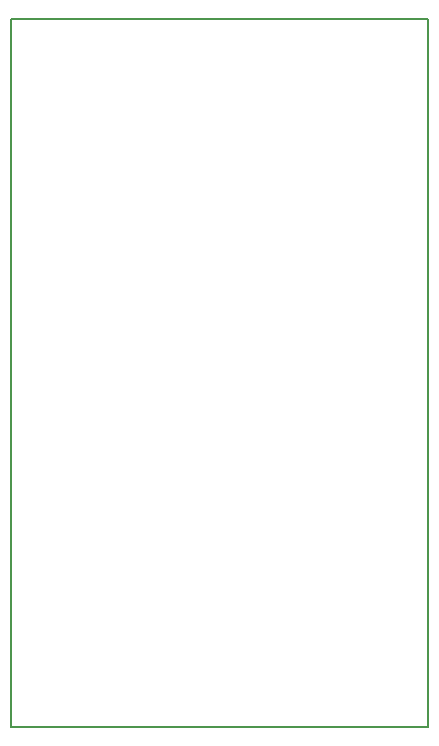
<source format=gbr>
G04 DipTrace 3.0.0.1*
G04 BoardOutline.gbr*
%MOIN*%
G04 #@! TF.FileFunction,Profile*
G04 #@! TF.Part,Single*
%ADD11C,0.006*%
%FSLAX26Y26*%
G04*
G70*
G90*
G75*
G01*
G04 BoardOutline*
%LPD*%
X393701Y393701D2*
D11*
X1783465D1*
Y2755906D1*
X393701D1*
Y393701D1*
M02*

</source>
